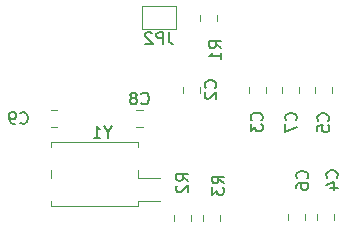
<source format=gbr>
G04 #@! TF.GenerationSoftware,KiCad,Pcbnew,5.1.2-f72e74a~84~ubuntu18.04.1*
G04 #@! TF.CreationDate,2019-07-06T11:59:09+02:00*
G04 #@! TF.ProjectId,loponode,6c6f706f-6e6f-4646-952e-6b696361645f,rev?*
G04 #@! TF.SameCoordinates,Original*
G04 #@! TF.FileFunction,Legend,Bot*
G04 #@! TF.FilePolarity,Positive*
%FSLAX46Y46*%
G04 Gerber Fmt 4.6, Leading zero omitted, Abs format (unit mm)*
G04 Created by KiCad (PCBNEW 5.1.2-f72e74a~84~ubuntu18.04.1) date 2019-07-06 11:59:09*
%MOMM*%
%LPD*%
G04 APERTURE LIST*
%ADD10C,0.120000*%
%ADD11C,0.150000*%
G04 APERTURE END LIST*
D10*
X130979400Y-135555800D02*
X130979400Y-135145800D01*
X130979400Y-135145800D02*
X123579400Y-135145800D01*
X123579400Y-135145800D02*
X123579400Y-135555800D01*
X132829400Y-140135800D02*
X130979400Y-140135800D01*
X130979400Y-140135800D02*
X130979400Y-140545800D01*
X130979400Y-140545800D02*
X123579400Y-140545800D01*
X123579400Y-140545800D02*
X123579400Y-140135800D01*
X132829400Y-138195800D02*
X130979400Y-138195800D01*
X130979400Y-138195800D02*
X130979400Y-137495800D01*
X123579400Y-137495800D02*
X123579400Y-138195800D01*
X134773600Y-130969652D02*
X134773600Y-130447148D01*
X136193600Y-130969652D02*
X136193600Y-130447148D01*
X140361600Y-130978652D02*
X140361600Y-130456148D01*
X141781600Y-130978652D02*
X141781600Y-130456148D01*
X146102000Y-141225748D02*
X146102000Y-141748252D01*
X147522000Y-141225748D02*
X147522000Y-141748252D01*
X145949600Y-130978652D02*
X145949600Y-130456148D01*
X147369600Y-130978652D02*
X147369600Y-130456148D01*
X145083600Y-141233148D02*
X145083600Y-141755652D01*
X143663600Y-141233148D02*
X143663600Y-141755652D01*
X144575600Y-130978652D02*
X144575600Y-130456148D01*
X143155600Y-130978652D02*
X143155600Y-130456148D01*
X131341652Y-133856800D02*
X130819148Y-133856800D01*
X131341652Y-132436800D02*
X130819148Y-132436800D01*
X124128052Y-132411400D02*
X123605548Y-132411400D01*
X124128052Y-133831400D02*
X123605548Y-133831400D01*
X131326600Y-123587000D02*
X131326600Y-125587000D01*
X134126600Y-123587000D02*
X131326600Y-123587000D01*
X134126600Y-125587000D02*
X134126600Y-123587000D01*
X131326600Y-125587000D02*
X134126600Y-125587000D01*
X136221400Y-124401948D02*
X136221400Y-124924452D01*
X137641400Y-124401948D02*
X137641400Y-124924452D01*
X135406200Y-141276548D02*
X135406200Y-141799052D01*
X133986200Y-141276548D02*
X133986200Y-141799052D01*
X136450000Y-141292948D02*
X136450000Y-141815452D01*
X137870000Y-141292948D02*
X137870000Y-141815452D01*
D11*
X128390590Y-134316790D02*
X128390590Y-134792980D01*
X128723923Y-133792980D02*
X128390590Y-134316790D01*
X128057257Y-133792980D01*
X127200114Y-134792980D02*
X127771542Y-134792980D01*
X127485828Y-134792980D02*
X127485828Y-133792980D01*
X127581066Y-133935838D01*
X127676304Y-134031076D01*
X127771542Y-134078695D01*
X137490742Y-130541733D02*
X137538361Y-130494114D01*
X137585980Y-130351257D01*
X137585980Y-130256019D01*
X137538361Y-130113161D01*
X137443123Y-130017923D01*
X137347885Y-129970304D01*
X137157409Y-129922685D01*
X137014552Y-129922685D01*
X136824076Y-129970304D01*
X136728838Y-130017923D01*
X136633600Y-130113161D01*
X136585980Y-130256019D01*
X136585980Y-130351257D01*
X136633600Y-130494114D01*
X136681219Y-130541733D01*
X136681219Y-130922685D02*
X136633600Y-130970304D01*
X136585980Y-131065542D01*
X136585980Y-131303638D01*
X136633600Y-131398876D01*
X136681219Y-131446495D01*
X136776457Y-131494114D01*
X136871695Y-131494114D01*
X137014552Y-131446495D01*
X137585980Y-130875066D01*
X137585980Y-131494114D01*
X141403342Y-133284933D02*
X141450961Y-133237314D01*
X141498580Y-133094457D01*
X141498580Y-132999219D01*
X141450961Y-132856361D01*
X141355723Y-132761123D01*
X141260485Y-132713504D01*
X141070009Y-132665885D01*
X140927152Y-132665885D01*
X140736676Y-132713504D01*
X140641438Y-132761123D01*
X140546200Y-132856361D01*
X140498580Y-132999219D01*
X140498580Y-133094457D01*
X140546200Y-133237314D01*
X140593819Y-133284933D01*
X140498580Y-133618266D02*
X140498580Y-134237314D01*
X140879533Y-133903980D01*
X140879533Y-134046838D01*
X140927152Y-134142076D01*
X140974771Y-134189695D01*
X141070009Y-134237314D01*
X141308104Y-134237314D01*
X141403342Y-134189695D01*
X141450961Y-134142076D01*
X141498580Y-134046838D01*
X141498580Y-133761123D01*
X141450961Y-133665885D01*
X141403342Y-133618266D01*
X147778742Y-138161733D02*
X147826361Y-138114114D01*
X147873980Y-137971257D01*
X147873980Y-137876019D01*
X147826361Y-137733161D01*
X147731123Y-137637923D01*
X147635885Y-137590304D01*
X147445409Y-137542685D01*
X147302552Y-137542685D01*
X147112076Y-137590304D01*
X147016838Y-137637923D01*
X146921600Y-137733161D01*
X146873980Y-137876019D01*
X146873980Y-137971257D01*
X146921600Y-138114114D01*
X146969219Y-138161733D01*
X147207314Y-139018876D02*
X147873980Y-139018876D01*
X146826361Y-138780780D02*
X147540647Y-138542685D01*
X147540647Y-139161733D01*
X147042142Y-133335733D02*
X147089761Y-133288114D01*
X147137380Y-133145257D01*
X147137380Y-133050019D01*
X147089761Y-132907161D01*
X146994523Y-132811923D01*
X146899285Y-132764304D01*
X146708809Y-132716685D01*
X146565952Y-132716685D01*
X146375476Y-132764304D01*
X146280238Y-132811923D01*
X146185000Y-132907161D01*
X146137380Y-133050019D01*
X146137380Y-133145257D01*
X146185000Y-133288114D01*
X146232619Y-133335733D01*
X146137380Y-134240495D02*
X146137380Y-133764304D01*
X146613571Y-133716685D01*
X146565952Y-133764304D01*
X146518333Y-133859542D01*
X146518333Y-134097638D01*
X146565952Y-134192876D01*
X146613571Y-134240495D01*
X146708809Y-134288114D01*
X146946904Y-134288114D01*
X147042142Y-134240495D01*
X147089761Y-134192876D01*
X147137380Y-134097638D01*
X147137380Y-133859542D01*
X147089761Y-133764304D01*
X147042142Y-133716685D01*
X145264142Y-138212533D02*
X145311761Y-138164914D01*
X145359380Y-138022057D01*
X145359380Y-137926819D01*
X145311761Y-137783961D01*
X145216523Y-137688723D01*
X145121285Y-137641104D01*
X144930809Y-137593485D01*
X144787952Y-137593485D01*
X144597476Y-137641104D01*
X144502238Y-137688723D01*
X144407000Y-137783961D01*
X144359380Y-137926819D01*
X144359380Y-138022057D01*
X144407000Y-138164914D01*
X144454619Y-138212533D01*
X144359380Y-139069676D02*
X144359380Y-138879200D01*
X144407000Y-138783961D01*
X144454619Y-138736342D01*
X144597476Y-138641104D01*
X144787952Y-138593485D01*
X145168904Y-138593485D01*
X145264142Y-138641104D01*
X145311761Y-138688723D01*
X145359380Y-138783961D01*
X145359380Y-138974438D01*
X145311761Y-139069676D01*
X145264142Y-139117295D01*
X145168904Y-139164914D01*
X144930809Y-139164914D01*
X144835571Y-139117295D01*
X144787952Y-139069676D01*
X144740333Y-138974438D01*
X144740333Y-138783961D01*
X144787952Y-138688723D01*
X144835571Y-138641104D01*
X144930809Y-138593485D01*
X144298942Y-133310333D02*
X144346561Y-133262714D01*
X144394180Y-133119857D01*
X144394180Y-133024619D01*
X144346561Y-132881761D01*
X144251323Y-132786523D01*
X144156085Y-132738904D01*
X143965609Y-132691285D01*
X143822752Y-132691285D01*
X143632276Y-132738904D01*
X143537038Y-132786523D01*
X143441800Y-132881761D01*
X143394180Y-133024619D01*
X143394180Y-133119857D01*
X143441800Y-133262714D01*
X143489419Y-133310333D01*
X143394180Y-133643666D02*
X143394180Y-134310333D01*
X144394180Y-133881761D01*
X131247066Y-131853942D02*
X131294685Y-131901561D01*
X131437542Y-131949180D01*
X131532780Y-131949180D01*
X131675638Y-131901561D01*
X131770876Y-131806323D01*
X131818495Y-131711085D01*
X131866114Y-131520609D01*
X131866114Y-131377752D01*
X131818495Y-131187276D01*
X131770876Y-131092038D01*
X131675638Y-130996800D01*
X131532780Y-130949180D01*
X131437542Y-130949180D01*
X131294685Y-130996800D01*
X131247066Y-131044419D01*
X130675638Y-131377752D02*
X130770876Y-131330133D01*
X130818495Y-131282514D01*
X130866114Y-131187276D01*
X130866114Y-131139657D01*
X130818495Y-131044419D01*
X130770876Y-130996800D01*
X130675638Y-130949180D01*
X130485161Y-130949180D01*
X130389923Y-130996800D01*
X130342304Y-131044419D01*
X130294685Y-131139657D01*
X130294685Y-131187276D01*
X130342304Y-131282514D01*
X130389923Y-131330133D01*
X130485161Y-131377752D01*
X130675638Y-131377752D01*
X130770876Y-131425371D01*
X130818495Y-131472990D01*
X130866114Y-131568228D01*
X130866114Y-131758704D01*
X130818495Y-131853942D01*
X130770876Y-131901561D01*
X130675638Y-131949180D01*
X130485161Y-131949180D01*
X130389923Y-131901561D01*
X130342304Y-131853942D01*
X130294685Y-131758704D01*
X130294685Y-131568228D01*
X130342304Y-131472990D01*
X130389923Y-131425371D01*
X130485161Y-131377752D01*
X120994466Y-133503942D02*
X121042085Y-133551561D01*
X121184942Y-133599180D01*
X121280180Y-133599180D01*
X121423038Y-133551561D01*
X121518276Y-133456323D01*
X121565895Y-133361085D01*
X121613514Y-133170609D01*
X121613514Y-133027752D01*
X121565895Y-132837276D01*
X121518276Y-132742038D01*
X121423038Y-132646800D01*
X121280180Y-132599180D01*
X121184942Y-132599180D01*
X121042085Y-132646800D01*
X120994466Y-132694419D01*
X120518276Y-133599180D02*
X120327800Y-133599180D01*
X120232561Y-133551561D01*
X120184942Y-133503942D01*
X120089704Y-133361085D01*
X120042085Y-133170609D01*
X120042085Y-132789657D01*
X120089704Y-132694419D01*
X120137323Y-132646800D01*
X120232561Y-132599180D01*
X120423038Y-132599180D01*
X120518276Y-132646800D01*
X120565895Y-132694419D01*
X120613514Y-132789657D01*
X120613514Y-133027752D01*
X120565895Y-133122990D01*
X120518276Y-133170609D01*
X120423038Y-133218228D01*
X120232561Y-133218228D01*
X120137323Y-133170609D01*
X120089704Y-133122990D01*
X120042085Y-133027752D01*
X133559933Y-125839380D02*
X133559933Y-126553666D01*
X133607552Y-126696523D01*
X133702790Y-126791761D01*
X133845647Y-126839380D01*
X133940885Y-126839380D01*
X133083742Y-126839380D02*
X133083742Y-125839380D01*
X132702790Y-125839380D01*
X132607552Y-125887000D01*
X132559933Y-125934619D01*
X132512314Y-126029857D01*
X132512314Y-126172714D01*
X132559933Y-126267952D01*
X132607552Y-126315571D01*
X132702790Y-126363190D01*
X133083742Y-126363190D01*
X132131361Y-125934619D02*
X132083742Y-125887000D01*
X131988504Y-125839380D01*
X131750409Y-125839380D01*
X131655171Y-125887000D01*
X131607552Y-125934619D01*
X131559933Y-126029857D01*
X131559933Y-126125095D01*
X131607552Y-126267952D01*
X132178980Y-126839380D01*
X131559933Y-126839380D01*
X137993380Y-127188933D02*
X137517190Y-126855600D01*
X137993380Y-126617504D02*
X136993380Y-126617504D01*
X136993380Y-126998457D01*
X137041000Y-127093695D01*
X137088619Y-127141314D01*
X137183857Y-127188933D01*
X137326714Y-127188933D01*
X137421952Y-127141314D01*
X137469571Y-127093695D01*
X137517190Y-126998457D01*
X137517190Y-126617504D01*
X137993380Y-128141314D02*
X137993380Y-127569885D01*
X137993380Y-127855600D02*
X136993380Y-127855600D01*
X137136238Y-127760361D01*
X137231476Y-127665123D01*
X137279095Y-127569885D01*
X135199380Y-138441133D02*
X134723190Y-138107800D01*
X135199380Y-137869704D02*
X134199380Y-137869704D01*
X134199380Y-138250657D01*
X134247000Y-138345895D01*
X134294619Y-138393514D01*
X134389857Y-138441133D01*
X134532714Y-138441133D01*
X134627952Y-138393514D01*
X134675571Y-138345895D01*
X134723190Y-138250657D01*
X134723190Y-137869704D01*
X134294619Y-138822085D02*
X134247000Y-138869704D01*
X134199380Y-138964942D01*
X134199380Y-139203038D01*
X134247000Y-139298276D01*
X134294619Y-139345895D01*
X134389857Y-139393514D01*
X134485095Y-139393514D01*
X134627952Y-139345895D01*
X135199380Y-138774466D01*
X135199380Y-139393514D01*
X138221980Y-138644333D02*
X137745790Y-138311000D01*
X138221980Y-138072904D02*
X137221980Y-138072904D01*
X137221980Y-138453857D01*
X137269600Y-138549095D01*
X137317219Y-138596714D01*
X137412457Y-138644333D01*
X137555314Y-138644333D01*
X137650552Y-138596714D01*
X137698171Y-138549095D01*
X137745790Y-138453857D01*
X137745790Y-138072904D01*
X137221980Y-138977666D02*
X137221980Y-139596714D01*
X137602933Y-139263380D01*
X137602933Y-139406238D01*
X137650552Y-139501476D01*
X137698171Y-139549095D01*
X137793409Y-139596714D01*
X138031504Y-139596714D01*
X138126742Y-139549095D01*
X138174361Y-139501476D01*
X138221980Y-139406238D01*
X138221980Y-139120523D01*
X138174361Y-139025285D01*
X138126742Y-138977666D01*
M02*

</source>
